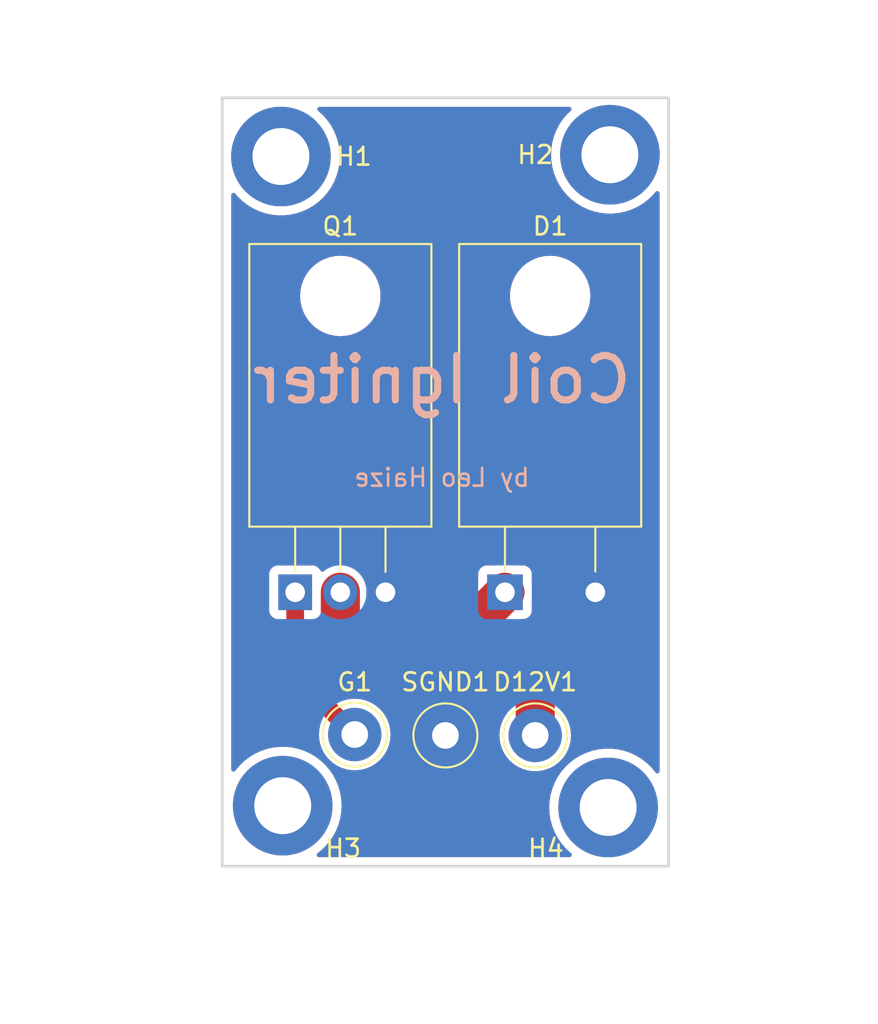
<source format=kicad_pcb>
(kicad_pcb (version 20221231) (generator pcbnew)
  (layers (0 "F.Cu" signal) (31 "B.Cu" signal) (34 "B.Paste" user) (35 "F.Paste" user) (36 "B.SilkS" user "B.Silkscreen") (37 "F.SilkS" user "F.Silkscreen") (38 "B.Mask" user) (39 "F.Mask" user) (44 "Edge.Cuts" user))
  (net 0 "")
  (net 1 "Net-(D1-K)")
  (net 2 "GND")
  (net 3 "Net-(G1-Pin_1)")
  (footprint "Package_TO_SOT_THT:TO-220-2_Horizontal_TabDown" (layer "F.Cu") (at 135.8 54.7)
    (fp_text reference "D1" (at 2.54 -20.58) (layer "F.SilkS"))
    (fp_text value "D")
    (fp_line (start -2.58 -19.58) (end -2.58 -3.69) (stroke (width 0.12)) (layer "F.SilkS"))
    (fp_line (start -2.58 -19.58) (end 7.66 -19.58) (stroke (width 0.12)) (layer "F.SilkS"))
    (fp_line (start -2.58 -3.69) (end 7.66 -3.69) (stroke (width 0.12)) (layer "F.SilkS"))
    (fp_line (start 0 -3.69) (end 0 -1.15) (stroke (width 0.12)) (layer "F.SilkS"))
    (fp_line (start 5.08 -3.69) (end 5.08 -1.165) (stroke (width 0.12)) (layer "F.SilkS"))
    (fp_line (start 7.66 -19.58) (end 7.66 -3.69) (stroke (width 0.12)) (layer "F.SilkS"))
    (pad "" np_thru_hole oval locked (at 2.54 -16.66) (size 3.5 3.5) (drill 3.5) (layers *.Cu *.Mask))
    (pad "1" thru_hole rect locked (at 0 0) (size 2 2) (drill 1.1) (layers *.Cu *.Mask) (net 1 "Net-(D1-K)"))
    (pad "2" thru_hole oval locked (at 5.08 0) (size 2 2) (drill 1.1) (layers *.Cu *.Mask) (net 2 "GND"))
  )
  (footprint "Connector_Pin:Pin_D1.3mm_L11.0mm_LooseFit" (layer "F.Cu") (at 132.45 62.75)
    (fp_text reference "SGND1" (at 0 -3) (layer "F.SilkS"))
    (fp_text value "Conn_01x01_Female")
    (fp_circle (center 0 0) (end 1.8 0.05) (stroke (width 0.12)) (fill none) (layer "F.SilkS"))
    (pad "1" thru_hole circle locked (at 0 0) (size 3 3) (drill 1.5) (layers *.Cu *.Mask) (net 2 "GND"))
  )
  (footprint "MountingHole:MountingHole_3.2mm_M3_DIN965_Pad" (layer "F.Cu") (at 141.7 30.1)
    (fp_text reference "H2" (at -4.2 0) (layer "F.SilkS"))
    (fp_text value "MountingHole")
    (pad "1" thru_hole circle locked (at 0 0) (size 5.6 5.6) (drill 3.2) (layers *.Cu *.Mask))
  )
  (footprint "Connector_Pin:Pin_D1.3mm_L11.0mm_LooseFit" (layer "F.Cu") (at 137.5 62.75)
    (fp_text reference "D12V1" (at 0 -3) (layer "F.SilkS"))
    (fp_text value "Conn_01x01_Female")
    (fp_circle (center 0 0) (end 1.8 0.05) (stroke (width 0.12)) (fill none) (layer "F.SilkS"))
    (pad "1" thru_hole circle locked (at 0 0) (size 3 3) (drill 1.5) (layers *.Cu *.Mask) (net 1 "Net-(D1-K)"))
  )
  (footprint "MountingHole:MountingHole_3.2mm_M3_DIN965_Pad" (layer "F.Cu") (at 123.2 30.2)
    (fp_text reference "H1" (at 4.1 0) (layer "F.SilkS"))
    (fp_text value "MountingHole")
    (pad "1" thru_hole circle locked (at 0 0) (size 5.6 5.6) (drill 3.2) (layers *.Cu *.Mask))
  )
  (footprint "Connector_Pin:Pin_D1.3mm_L11.0mm_LooseFit" (layer "F.Cu") (at 127.35 62.7)
    (fp_text reference "G1" (at 0 -2.95) (layer "F.SilkS"))
    (fp_text value "Conn_01x01_Female")
    (fp_circle (center 0 0) (end 1.8 0.05) (stroke (width 0.12)) (fill none) (layer "F.SilkS"))
    (pad "1" thru_hole circle locked (at 0 0) (size 3 3) (drill 1.5) (layers *.Cu *.Mask) (net 3 "Net-(G1-Pin_1)"))
  )
  (footprint "MountingHole:MountingHole_3.2mm_M3_DIN965_Pad" (layer "F.Cu") (at 141.6 66.8)
    (fp_text reference "H4" (at -3.5 2.3) (layer "F.SilkS"))
    (fp_text value "MountingHole")
    (pad "1" thru_hole circle locked (at 0 0) (size 5.6 5.6) (drill 3.2) (layers *.Cu *.Mask))
  )
  (footprint "MountingHole:MountingHole_3.2mm_M3_DIN965_Pad" (layer "F.Cu") (at 123.3 66.7)
    (fp_text reference "H3" (at 3.4 2.4) (layer "F.SilkS"))
    (fp_text value "MountingHole")
    (pad "1" thru_hole circle locked (at 0 0) (size 5.6 5.6) (drill 3.2) (layers *.Cu *.Mask))
  )
  (footprint "Package_TO_SOT_THT:TO-220-3_Horizontal_TabDown" (layer "F.Cu") (at 124 54.7)
    (fp_text reference "Q1" (at 2.54 -20.58) (layer "F.SilkS"))
    (fp_text value "IRF540PBF-BE3")
    (fp_line (start -2.58 -19.58) (end -2.58 -3.69) (stroke (width 0.12)) (layer "F.SilkS"))
    (fp_line (start -2.58 -19.58) (end 7.66 -19.58) (stroke (width 0.12)) (layer "F.SilkS"))
    (fp_line (start -2.58 -3.69) (end 7.66 -3.69) (stroke (width 0.12)) (layer "F.SilkS"))
    (fp_line (start 0 -3.69) (end 0 -1.15) (stroke (width 0.12)) (layer "F.SilkS"))
    (fp_line (start 2.54 -3.69) (end 2.54 -1.15) (stroke (width 0.12)) (layer "F.SilkS"))
    (fp_line (start 5.08 -3.69) (end 5.08 -1.15) (stroke (width 0.12)) (layer "F.SilkS"))
    (fp_line (start 7.66 -19.58) (end 7.66 -3.69) (stroke (width 0.12)) (layer "F.SilkS"))
    (pad "" np_thru_hole oval locked (at 2.54 -16.66) (size 3.5 3.5) (drill 3.5) (layers *.Cu *.Mask))
    (pad "1" thru_hole rect locked (at 0 0) (size 1.905 2) (drill 1.1) (layers *.Cu *.Mask) (net 3 "Net-(G1-Pin_1)"))
    (pad "2" thru_hole oval locked (at 2.54 0) (size 1.905 2) (drill 1.1) (layers *.Cu *.Mask) (net 1 "Net-(D1-K)"))
    (pad "3" thru_hole oval locked (at 5.08 0) (size 1.905 2) (drill 1.1) (layers *.Cu *.Mask) (net 2 "GND"))
  )
  (gr_rect (start 119.9 26.9) (end 145 70.1) (stroke (width 0.15)) (fill none) (layer "Edge.Cuts"))
  (gr_text "Coil Igniter" (at 132.25 42.75) (layer "B.SilkS") (effects (font (size 2.5 2.5) (thickness 0.4)) (justify mirror)))
  (gr_text "by Leo Haize" (at 132.25 48.25) (layer "B.SilkS") (effects (font (size 1 1)) (justify mirror)))
  (segment (start 132.75 57.75) (end 133.875 56.625) (width 2.2) (layer "F.Cu") (net 1))
  (segment (start 127.75 57.75) (end 132.75 57.75) (width 2.2) (layer "F.Cu") (net 1))
  (segment (start 137.5 60.25) (end 133.875 56.625) (width 2.2) (layer "F.Cu") (net 1))
  (segment (start 126.54 54.7) (end 126.54 56.54) (width 2.2) (layer "F.Cu") (net 1))
  (segment (start 126.54 56.54) (end 127.75 57.75) (width 2.2) (layer "F.Cu") (net 1))
  (segment (start 137.5 62.75) (end 137.5 60.25) (width 2.2) (layer "F.Cu") (net 1))
  (segment (start 133.875 56.625) (end 135.8 54.7) (width 2.2) (layer "F.Cu") (net 1))
  (segment (start 124 54.7) (end 124 59.35) (width 1) (layer "F.Cu") (net 3))
  (segment (start 124 59.35) (end 127.35 62.7) (width 1) (layer "F.Cu") (net 3))
  (zone (net 2) (net_name "GND") (layers F&B.Cu) (connect_pads yes (clearance 0.508)) (min_thickness 0.254) (fill yes (thermal_gap 0.508) (thermal_bridge_width 0.508))
    (polygon (pts (xy 156.8 22.5) (xy 149.7 78.2) (xy 107.4 79) (xy 111.5 21.4)))
  )
)
</source>
